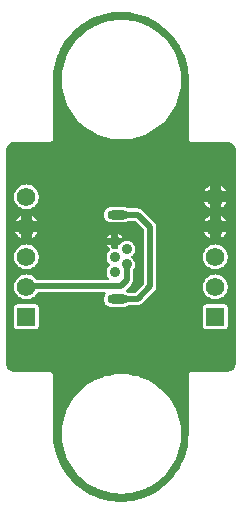
<source format=gbl>
G04 Layer: BottomLayer*
G04 EasyEDA v6.5.20, 2023-08-22 18:50:07*
G04 a67cddfb3fce44daa9051d46cbbcc19f,10*
G04 Gerber Generator version 0.2*
G04 Scale: 100 percent, Rotated: No, Reflected: No *
G04 Dimensions in millimeters *
G04 leading zeros omitted , absolute positions ,4 integer and 5 decimal *
%FSLAX45Y45*%
%MOMM*%

%AMMACRO1*21,1,$1,$2,0,0,$3*%
%ADD10C,0.5000*%
%ADD11C,1.5748*%
%ADD12MACRO1,1.5748X1.5748X90.0000*%
%ADD13C,0.9000*%
%ADD14O,1.7999964X0.7999984*%
%ADD15C,0.6096*%
%ADD16C,0.0159*%

%LPD*%
G36*
X-304Y-2074062D02*
G01*
X-33680Y-2073097D01*
X-66954Y-2070150D01*
X-99974Y-2065274D01*
X-132689Y-2058517D01*
X-164947Y-2049881D01*
X-196646Y-2039366D01*
X-227634Y-2027021D01*
X-257911Y-2012848D01*
X-287274Y-1996998D01*
X-315722Y-1979472D01*
X-343052Y-1960270D01*
X-369214Y-1939543D01*
X-394157Y-1917344D01*
X-417779Y-1893722D01*
X-439978Y-1868779D01*
X-460654Y-1842566D01*
X-479806Y-1815185D01*
X-497332Y-1786788D01*
X-513130Y-1757375D01*
X-527253Y-1727098D01*
X-539546Y-1696059D01*
X-550062Y-1664360D01*
X-558647Y-1632102D01*
X-565404Y-1599387D01*
X-570230Y-1566367D01*
X-573125Y-1533093D01*
X-574040Y-1499311D01*
X-574040Y-1000607D01*
X-574852Y-994105D01*
X-576935Y-988568D01*
X-580491Y-983437D01*
X-583488Y-980389D01*
X-587095Y-977747D01*
X-592632Y-975258D01*
X-600100Y-974090D01*
X-898753Y-974090D01*
X-911250Y-973124D01*
X-921512Y-970787D01*
X-931367Y-966978D01*
X-940612Y-961847D01*
X-948994Y-955446D01*
X-956360Y-947877D01*
X-962609Y-939393D01*
X-967587Y-930046D01*
X-971194Y-920140D01*
X-973328Y-909828D01*
X-974090Y-898702D01*
X-974090Y898753D01*
X-973124Y911250D01*
X-970787Y921512D01*
X-966978Y931367D01*
X-961847Y940612D01*
X-955446Y948994D01*
X-947877Y956360D01*
X-939393Y962609D01*
X-930046Y967587D01*
X-920140Y971194D01*
X-909828Y973328D01*
X-898753Y974090D01*
X-600608Y974039D01*
X-594106Y974801D01*
X-588568Y976934D01*
X-583438Y980440D01*
X-580390Y983487D01*
X-577748Y987094D01*
X-575259Y992632D01*
X-574090Y1000099D01*
X-574090Y1499514D01*
X-573074Y1533652D01*
X-570179Y1566926D01*
X-565302Y1599996D01*
X-558546Y1632661D01*
X-549859Y1664919D01*
X-539343Y1696618D01*
X-526999Y1727657D01*
X-512876Y1757883D01*
X-497027Y1787296D01*
X-479450Y1815693D01*
X-460298Y1843024D01*
X-439572Y1869236D01*
X-417372Y1894179D01*
X-393750Y1917750D01*
X-368757Y1939950D01*
X-342595Y1960625D01*
X-315214Y1979777D01*
X-286766Y1997303D01*
X-257403Y2013153D01*
X-227126Y2027224D01*
X-196088Y2039569D01*
X-164338Y2050034D01*
X-132080Y2058670D01*
X-99415Y2065375D01*
X-66344Y2070201D01*
X-33070Y2073097D01*
X304Y2074062D01*
X33680Y2073097D01*
X66954Y2070150D01*
X99974Y2065274D01*
X132689Y2058517D01*
X164947Y2049881D01*
X196646Y2039366D01*
X227634Y2027021D01*
X257911Y2012848D01*
X287274Y1996998D01*
X315722Y1979472D01*
X343052Y1960321D01*
X369214Y1939594D01*
X394157Y1917344D01*
X417779Y1893722D01*
X439978Y1868779D01*
X460654Y1842566D01*
X479806Y1815185D01*
X497332Y1786788D01*
X513130Y1757375D01*
X527253Y1727098D01*
X539546Y1696059D01*
X550062Y1664360D01*
X558647Y1632102D01*
X565404Y1599387D01*
X570230Y1566367D01*
X573125Y1533093D01*
X574040Y1499311D01*
X574040Y1000607D01*
X574852Y994105D01*
X576935Y988568D01*
X580491Y983437D01*
X583488Y980389D01*
X587095Y977747D01*
X592632Y975258D01*
X600100Y974090D01*
X898753Y974090D01*
X911250Y973124D01*
X921512Y970787D01*
X931367Y966978D01*
X940612Y961847D01*
X948994Y955446D01*
X956360Y947877D01*
X962609Y939393D01*
X967587Y930046D01*
X971194Y920140D01*
X973328Y909828D01*
X974090Y898753D01*
X974090Y-898702D01*
X973124Y-911250D01*
X970787Y-921512D01*
X966978Y-931367D01*
X961847Y-940612D01*
X955446Y-948994D01*
X947877Y-956360D01*
X939393Y-962609D01*
X930046Y-967587D01*
X920140Y-971194D01*
X909828Y-973328D01*
X898753Y-974090D01*
X600760Y-974090D01*
X594258Y-974902D01*
X588721Y-976985D01*
X583590Y-980541D01*
X580542Y-983538D01*
X577900Y-987145D01*
X575411Y-992682D01*
X574243Y-1000150D01*
X574090Y-1499463D01*
X573074Y-1533652D01*
X570179Y-1566926D01*
X565302Y-1599996D01*
X558546Y-1632661D01*
X549859Y-1664919D01*
X539343Y-1696618D01*
X526999Y-1727657D01*
X512876Y-1757883D01*
X497027Y-1787296D01*
X479450Y-1815693D01*
X460298Y-1843024D01*
X439572Y-1869236D01*
X417372Y-1894179D01*
X393750Y-1917750D01*
X368757Y-1939950D01*
X342595Y-1960625D01*
X315214Y-1979777D01*
X286766Y-1997303D01*
X257403Y-2013153D01*
X227126Y-2027224D01*
X196088Y-2039569D01*
X164338Y-2050034D01*
X132080Y-2058670D01*
X99415Y-2065375D01*
X66344Y-2070201D01*
X33070Y-2073097D01*
G37*

%LPC*%
G36*
X-10566Y994105D02*
G01*
X20574Y994105D01*
X51663Y996035D01*
X82550Y999845D01*
X113182Y1005586D01*
X143408Y1013206D01*
X173075Y1022654D01*
X202082Y1033932D01*
X230378Y1046937D01*
X257810Y1061720D01*
X284276Y1078128D01*
X309676Y1096162D01*
X333959Y1115720D01*
X356920Y1136700D01*
X378612Y1159103D01*
X398830Y1182776D01*
X417576Y1207668D01*
X434746Y1233627D01*
X450291Y1260652D01*
X464108Y1288542D01*
X476199Y1317244D01*
X486511Y1346657D01*
X494995Y1376629D01*
X501599Y1407058D01*
X506272Y1437843D01*
X509117Y1468882D01*
X509981Y1499971D01*
X509117Y1531112D01*
X506272Y1562150D01*
X501599Y1592935D01*
X494995Y1623364D01*
X486511Y1653336D01*
X476199Y1682750D01*
X464108Y1711452D01*
X450291Y1739341D01*
X434746Y1766366D01*
X417576Y1792325D01*
X398830Y1817217D01*
X378612Y1840890D01*
X356920Y1863293D01*
X333959Y1884273D01*
X309676Y1903831D01*
X284276Y1921865D01*
X257810Y1938274D01*
X230378Y1953056D01*
X202082Y1966061D01*
X173075Y1977339D01*
X143408Y1986788D01*
X113182Y1994407D01*
X82550Y2000148D01*
X51663Y2003958D01*
X20574Y2005888D01*
X-10566Y2005888D01*
X-41656Y2003958D01*
X-72593Y2000148D01*
X-103174Y1994407D01*
X-133400Y1986788D01*
X-163068Y1977339D01*
X-192125Y1966061D01*
X-220370Y1953056D01*
X-247802Y1938274D01*
X-274269Y1921865D01*
X-299720Y1903831D01*
X-323951Y1884273D01*
X-346964Y1863293D01*
X-368604Y1840890D01*
X-388823Y1817217D01*
X-407568Y1792325D01*
X-424738Y1766366D01*
X-440283Y1739341D01*
X-454101Y1711452D01*
X-466191Y1682750D01*
X-476504Y1653336D01*
X-484987Y1623364D01*
X-491591Y1592935D01*
X-496316Y1562150D01*
X-499109Y1531112D01*
X-499973Y1500022D01*
X-499109Y1468882D01*
X-496316Y1437843D01*
X-491591Y1407058D01*
X-484987Y1376629D01*
X-476504Y1346657D01*
X-466191Y1317244D01*
X-454101Y1288542D01*
X-440283Y1260652D01*
X-424738Y1233627D01*
X-407568Y1207668D01*
X-388823Y1182776D01*
X-368604Y1159103D01*
X-346964Y1136700D01*
X-323951Y1115720D01*
X-299720Y1096162D01*
X-274269Y1078128D01*
X-247802Y1061720D01*
X-220370Y1046937D01*
X-192125Y1033932D01*
X-163068Y1022654D01*
X-133400Y1013206D01*
X-103174Y1005586D01*
X-72593Y999845D01*
X-41656Y996035D01*
G37*
G36*
X-878179Y-612648D02*
G01*
X-721817Y-612648D01*
X-715518Y-611936D01*
X-710031Y-610006D01*
X-705154Y-606958D01*
X-701040Y-602843D01*
X-697992Y-597966D01*
X-696061Y-592480D01*
X-695350Y-586181D01*
X-695350Y-429818D01*
X-696061Y-423519D01*
X-697992Y-418033D01*
X-701040Y-413156D01*
X-705154Y-409041D01*
X-710031Y-405993D01*
X-715518Y-404063D01*
X-721817Y-403352D01*
X-878179Y-403352D01*
X-884478Y-404063D01*
X-889965Y-405993D01*
X-894842Y-409041D01*
X-898956Y-413156D01*
X-902004Y-418033D01*
X-903935Y-423519D01*
X-904646Y-429818D01*
X-904646Y-586181D01*
X-903935Y-592480D01*
X-902004Y-597966D01*
X-898956Y-602843D01*
X-894842Y-606958D01*
X-889965Y-610006D01*
X-884478Y-611936D01*
G37*
G36*
X721817Y-612648D02*
G01*
X878179Y-612648D01*
X884478Y-611936D01*
X889965Y-610006D01*
X894842Y-606958D01*
X898956Y-602843D01*
X902004Y-597966D01*
X903935Y-592480D01*
X904646Y-586181D01*
X904646Y-429818D01*
X903935Y-423519D01*
X902004Y-418033D01*
X898956Y-413156D01*
X894842Y-409041D01*
X889965Y-405993D01*
X884478Y-404063D01*
X878179Y-403352D01*
X721817Y-403352D01*
X715518Y-404063D01*
X710031Y-405993D01*
X705154Y-409041D01*
X701040Y-413156D01*
X697992Y-418033D01*
X696061Y-423519D01*
X695350Y-429818D01*
X695350Y-586181D01*
X696061Y-592480D01*
X697992Y-597966D01*
X701040Y-602843D01*
X705154Y-606958D01*
X710031Y-610006D01*
X715518Y-611936D01*
G37*
G36*
X-77622Y-423875D02*
G01*
X21590Y-423875D01*
X32308Y-423062D01*
X42316Y-420624D01*
X51866Y-416661D01*
X63855Y-409397D01*
X67360Y-408787D01*
X141782Y-408787D01*
X146405Y-408584D01*
X150825Y-408025D01*
X155143Y-407060D01*
X159410Y-405739D01*
X163474Y-404012D01*
X167436Y-401980D01*
X171196Y-399592D01*
X174701Y-396900D01*
X178155Y-393750D01*
X285800Y-286105D01*
X288950Y-282651D01*
X291642Y-279146D01*
X294030Y-275386D01*
X296062Y-271424D01*
X297789Y-267360D01*
X299110Y-263093D01*
X300075Y-258775D01*
X300634Y-254355D01*
X300837Y-249732D01*
X300837Y249732D01*
X300634Y254355D01*
X300075Y258775D01*
X299110Y263093D01*
X297789Y267360D01*
X296062Y271424D01*
X294030Y275386D01*
X291642Y279146D01*
X288950Y282651D01*
X285800Y286105D01*
X178155Y393750D01*
X174701Y396900D01*
X171196Y399592D01*
X167436Y401980D01*
X163474Y404012D01*
X159410Y405739D01*
X155143Y407060D01*
X150825Y408025D01*
X146405Y408584D01*
X141782Y408787D01*
X67360Y408787D01*
X63855Y409397D01*
X51866Y416661D01*
X42316Y420624D01*
X32308Y423062D01*
X21590Y423875D01*
X-77622Y423875D01*
X-88341Y423062D01*
X-98399Y420624D01*
X-107950Y416661D01*
X-116738Y411276D01*
X-124612Y404571D01*
X-131318Y396697D01*
X-136702Y387908D01*
X-140665Y378358D01*
X-143103Y368300D01*
X-143916Y357987D01*
X-143103Y347675D01*
X-140665Y337616D01*
X-136702Y328066D01*
X-131318Y319278D01*
X-124612Y311404D01*
X-116738Y304698D01*
X-107950Y299313D01*
X-98399Y295351D01*
X-88341Y292912D01*
X-77622Y292100D01*
X21590Y292100D01*
X32308Y292912D01*
X42316Y295351D01*
X51866Y299262D01*
X61772Y305460D01*
X64312Y306578D01*
X67106Y306984D01*
X116687Y306984D01*
X120599Y306222D01*
X123850Y303987D01*
X196037Y231800D01*
X198272Y228549D01*
X199034Y224637D01*
X199034Y-224637D01*
X198272Y-228549D01*
X196037Y-231800D01*
X123850Y-303987D01*
X120599Y-306222D01*
X116687Y-306984D01*
X67106Y-306984D01*
X64312Y-306578D01*
X61772Y-305460D01*
X51866Y-299262D01*
X45262Y-296519D01*
X41960Y-294335D01*
X39776Y-291033D01*
X38963Y-287172D01*
X39776Y-283260D01*
X41960Y-279958D01*
X85902Y-236067D01*
X89052Y-232613D01*
X91744Y-229108D01*
X94132Y-225348D01*
X96164Y-221386D01*
X97891Y-217322D01*
X99212Y-213055D01*
X100177Y-208737D01*
X100736Y-204317D01*
X100939Y-199694D01*
X100939Y-117906D01*
X101549Y-114401D01*
X103378Y-111302D01*
X107340Y-106680D01*
X113131Y-97180D01*
X117398Y-86918D01*
X119989Y-76098D01*
X120853Y-65024D01*
X119989Y-53949D01*
X117398Y-43129D01*
X113131Y-32867D01*
X107340Y-23368D01*
X100126Y-14884D01*
X91694Y-7721D01*
X89052Y-4267D01*
X88138Y0D01*
X89052Y4267D01*
X91694Y7721D01*
X100126Y14884D01*
X107340Y23368D01*
X113131Y32867D01*
X117398Y43129D01*
X119989Y53949D01*
X120853Y65024D01*
X119989Y76098D01*
X117398Y86918D01*
X113131Y97180D01*
X107340Y106680D01*
X100126Y115163D01*
X91643Y122377D01*
X82143Y128168D01*
X71882Y132435D01*
X61061Y135026D01*
X49987Y135890D01*
X38912Y135026D01*
X28092Y132435D01*
X17830Y128168D01*
X8331Y122377D01*
X-152Y115163D01*
X-10007Y103479D01*
X-13004Y101803D01*
X-16408Y101193D01*
X-21132Y101193D01*
X-21132Y78638D01*
X-21793Y75031D01*
X-23672Y71932D01*
X-26568Y69646D01*
X-30022Y68529D01*
X-33680Y68732D01*
X-38912Y70002D01*
X-49987Y70866D01*
X-61061Y70002D01*
X-66294Y68732D01*
X-69951Y68529D01*
X-73456Y69646D01*
X-76301Y71932D01*
X-78181Y75031D01*
X-78841Y78638D01*
X-78841Y101193D01*
X-114503Y101193D01*
X-113131Y97891D01*
X-107340Y88392D01*
X-100126Y79908D01*
X-91694Y72745D01*
X-89052Y69291D01*
X-88138Y65024D01*
X-89052Y60756D01*
X-91694Y57302D01*
X-100126Y50139D01*
X-107340Y41656D01*
X-113131Y32156D01*
X-117398Y21894D01*
X-119989Y11074D01*
X-120853Y0D01*
X-119989Y-11074D01*
X-117398Y-21894D01*
X-113131Y-32156D01*
X-107340Y-41656D01*
X-100126Y-50139D01*
X-91694Y-57302D01*
X-89052Y-60756D01*
X-88138Y-65024D01*
X-89052Y-69291D01*
X-91694Y-72745D01*
X-100126Y-79908D01*
X-107340Y-88392D01*
X-113131Y-97891D01*
X-117398Y-108153D01*
X-119989Y-118973D01*
X-120853Y-130048D01*
X-119989Y-141122D01*
X-117398Y-151942D01*
X-113131Y-162204D01*
X-107340Y-171704D01*
X-96469Y-184353D01*
X-95402Y-188315D01*
X-96012Y-192379D01*
X-98196Y-195884D01*
X-101549Y-198221D01*
X-105562Y-199034D01*
X-705713Y-199034D01*
X-709015Y-198475D01*
X-711911Y-196951D01*
X-714197Y-194513D01*
X-716991Y-190296D01*
X-726033Y-180035D01*
X-736295Y-170992D01*
X-747674Y-163372D01*
X-759968Y-157327D01*
X-772922Y-152958D01*
X-786333Y-150266D01*
X-799998Y-149352D01*
X-813663Y-150266D01*
X-827074Y-152958D01*
X-840028Y-157327D01*
X-852322Y-163372D01*
X-863701Y-170992D01*
X-873963Y-180035D01*
X-883005Y-190296D01*
X-890625Y-201676D01*
X-896670Y-213969D01*
X-901039Y-226923D01*
X-903732Y-240334D01*
X-904646Y-254000D01*
X-903732Y-267665D01*
X-901039Y-281076D01*
X-896670Y-294030D01*
X-890625Y-306324D01*
X-883005Y-317703D01*
X-873963Y-327964D01*
X-863701Y-337007D01*
X-852322Y-344627D01*
X-840028Y-350672D01*
X-827074Y-355041D01*
X-813663Y-357733D01*
X-799998Y-358648D01*
X-786333Y-357733D01*
X-772922Y-355041D01*
X-759968Y-350672D01*
X-747674Y-344627D01*
X-736295Y-337007D01*
X-726033Y-327964D01*
X-716991Y-317703D01*
X-708863Y-305409D01*
X-706577Y-302971D01*
X-703630Y-301396D01*
X-700379Y-300837D01*
X-137617Y-300837D01*
X-133858Y-301548D01*
X-130606Y-303631D01*
X-128371Y-306730D01*
X-127457Y-310489D01*
X-128016Y-314248D01*
X-129895Y-317601D01*
X-131318Y-319278D01*
X-136702Y-328066D01*
X-140665Y-337616D01*
X-143103Y-347675D01*
X-143916Y-357987D01*
X-143103Y-368300D01*
X-140665Y-378358D01*
X-136702Y-387908D01*
X-131318Y-396697D01*
X-124612Y-404571D01*
X-116738Y-411276D01*
X-107950Y-416661D01*
X-98399Y-420624D01*
X-88341Y-423062D01*
G37*
G36*
X799998Y-358648D02*
G01*
X813663Y-357733D01*
X827074Y-355041D01*
X840028Y-350672D01*
X852322Y-344627D01*
X863701Y-337007D01*
X873963Y-327964D01*
X883005Y-317703D01*
X890625Y-306324D01*
X896670Y-294030D01*
X901039Y-281076D01*
X903732Y-267665D01*
X904646Y-254000D01*
X903732Y-240334D01*
X901039Y-226923D01*
X896670Y-213969D01*
X890625Y-201676D01*
X883005Y-190296D01*
X873963Y-180035D01*
X863701Y-170992D01*
X852322Y-163372D01*
X840028Y-157327D01*
X827074Y-152958D01*
X813663Y-150266D01*
X799998Y-149352D01*
X786333Y-150266D01*
X772922Y-152958D01*
X759968Y-157327D01*
X747674Y-163372D01*
X736295Y-170992D01*
X726033Y-180035D01*
X716991Y-190296D01*
X709371Y-201676D01*
X703326Y-213969D01*
X698957Y-226923D01*
X696264Y-240334D01*
X695350Y-254000D01*
X696264Y-267665D01*
X698957Y-281076D01*
X703326Y-294030D01*
X709371Y-306324D01*
X716991Y-317703D01*
X726033Y-327964D01*
X736295Y-337007D01*
X747674Y-344627D01*
X759968Y-350672D01*
X772922Y-355041D01*
X786333Y-357733D01*
G37*
G36*
X845718Y553720D02*
G01*
X893876Y553720D01*
X890625Y560324D01*
X883005Y571703D01*
X873963Y581964D01*
X863701Y591007D01*
X852322Y598627D01*
X845718Y601878D01*
G37*
G36*
X706120Y553720D02*
G01*
X754278Y553720D01*
X754278Y601878D01*
X747674Y598627D01*
X736295Y591007D01*
X726033Y581964D01*
X716991Y571703D01*
X709371Y560324D01*
G37*
G36*
X845718Y414121D02*
G01*
X852322Y417372D01*
X863701Y424992D01*
X873963Y434035D01*
X883005Y444296D01*
X890625Y455676D01*
X893876Y462280D01*
X845718Y462280D01*
G37*
G36*
X799998Y-104648D02*
G01*
X813663Y-103733D01*
X827074Y-101041D01*
X840028Y-96672D01*
X852322Y-90627D01*
X863701Y-83007D01*
X873963Y-73964D01*
X883005Y-63703D01*
X890625Y-52324D01*
X896670Y-40030D01*
X901039Y-27076D01*
X903732Y-13665D01*
X904646Y0D01*
X903732Y13665D01*
X901039Y27076D01*
X896670Y40030D01*
X890625Y52324D01*
X883005Y63703D01*
X873963Y73964D01*
X863701Y83007D01*
X852322Y90627D01*
X840028Y96672D01*
X827074Y101041D01*
X813663Y103733D01*
X799998Y104648D01*
X786333Y103733D01*
X772922Y101041D01*
X759968Y96672D01*
X747674Y90627D01*
X736295Y83007D01*
X726033Y73964D01*
X716991Y63703D01*
X709371Y52324D01*
X703326Y40030D01*
X698957Y27076D01*
X696264Y13665D01*
X695350Y0D01*
X696264Y-13665D01*
X698957Y-27076D01*
X703326Y-40030D01*
X709371Y-52324D01*
X716991Y-63703D01*
X726033Y-73964D01*
X736295Y-83007D01*
X747674Y-90627D01*
X759968Y-96672D01*
X772922Y-101041D01*
X786333Y-103733D01*
G37*
G36*
X-799998Y-104648D02*
G01*
X-786333Y-103733D01*
X-772922Y-101041D01*
X-759968Y-96672D01*
X-747674Y-90627D01*
X-736295Y-83007D01*
X-726033Y-73964D01*
X-716991Y-63703D01*
X-709371Y-52324D01*
X-703326Y-40030D01*
X-698957Y-27076D01*
X-696264Y-13665D01*
X-695350Y0D01*
X-696264Y13665D01*
X-698957Y27076D01*
X-703326Y40030D01*
X-709371Y52324D01*
X-716991Y63703D01*
X-726033Y73964D01*
X-736295Y83007D01*
X-747674Y90627D01*
X-759968Y96672D01*
X-772922Y101041D01*
X-786333Y103733D01*
X-799998Y104648D01*
X-813663Y103733D01*
X-827074Y101041D01*
X-840028Y96672D01*
X-852322Y90627D01*
X-863701Y83007D01*
X-873963Y73964D01*
X-883005Y63703D01*
X-890625Y52324D01*
X-896670Y40030D01*
X-901039Y27076D01*
X-903732Y13665D01*
X-904646Y0D01*
X-903732Y-13665D01*
X-901039Y-27076D01*
X-896670Y-40030D01*
X-890625Y-52324D01*
X-883005Y-63703D01*
X-873963Y-73964D01*
X-863701Y-83007D01*
X-852322Y-90627D01*
X-840028Y-96672D01*
X-827074Y-101041D01*
X-813663Y-103733D01*
G37*
G36*
X754278Y414121D02*
G01*
X754278Y462280D01*
X706120Y462280D01*
X709371Y455676D01*
X716991Y444296D01*
X726033Y434035D01*
X736295Y424992D01*
X747674Y417372D01*
G37*
G36*
X-799998Y403352D02*
G01*
X-786333Y404266D01*
X-772922Y406958D01*
X-759968Y411327D01*
X-747674Y417372D01*
X-736295Y424992D01*
X-726033Y434035D01*
X-716991Y444296D01*
X-709371Y455676D01*
X-703326Y467969D01*
X-698957Y480923D01*
X-696264Y494334D01*
X-695350Y508000D01*
X-696264Y521665D01*
X-698957Y535076D01*
X-703326Y548030D01*
X-709371Y560324D01*
X-716991Y571703D01*
X-726033Y581964D01*
X-736295Y591007D01*
X-747674Y598627D01*
X-759968Y604672D01*
X-772922Y609041D01*
X-786333Y611733D01*
X-799998Y612648D01*
X-813663Y611733D01*
X-827074Y609041D01*
X-840028Y604672D01*
X-852322Y598627D01*
X-863701Y591007D01*
X-873963Y581964D01*
X-883005Y571703D01*
X-890625Y560324D01*
X-896670Y548030D01*
X-901039Y535076D01*
X-903732Y521665D01*
X-904646Y508000D01*
X-903732Y494334D01*
X-901039Y480923D01*
X-896670Y467969D01*
X-890625Y455676D01*
X-883005Y444296D01*
X-873963Y434035D01*
X-863701Y424992D01*
X-852322Y417372D01*
X-840028Y411327D01*
X-827074Y406958D01*
X-813663Y404266D01*
G37*
G36*
X-114503Y158902D02*
G01*
X-78841Y158902D01*
X-78841Y194564D01*
X-82143Y193192D01*
X-91643Y187401D01*
X-100126Y180187D01*
X-107340Y171704D01*
X-113131Y162204D01*
G37*
G36*
X-21132Y158902D02*
G01*
X14528Y158902D01*
X13157Y162204D01*
X7366Y171704D01*
X152Y180187D01*
X-8331Y187401D01*
X-17830Y193192D01*
X-21132Y194564D01*
G37*
G36*
X-10566Y-2005888D02*
G01*
X20574Y-2005888D01*
X51663Y-2003958D01*
X82550Y-2000148D01*
X113182Y-1994407D01*
X143408Y-1986788D01*
X173075Y-1977339D01*
X202082Y-1966061D01*
X230378Y-1953056D01*
X257810Y-1938274D01*
X284276Y-1921865D01*
X309676Y-1903831D01*
X333959Y-1884273D01*
X356920Y-1863293D01*
X378612Y-1840890D01*
X398830Y-1817217D01*
X417576Y-1792325D01*
X434746Y-1766366D01*
X450291Y-1739341D01*
X464108Y-1711452D01*
X476199Y-1682750D01*
X486511Y-1653336D01*
X494995Y-1623364D01*
X501599Y-1592935D01*
X506272Y-1562150D01*
X509117Y-1531112D01*
X509981Y-1500022D01*
X509117Y-1468882D01*
X506272Y-1437843D01*
X501599Y-1407058D01*
X494995Y-1376629D01*
X486511Y-1346657D01*
X476199Y-1317244D01*
X464108Y-1288542D01*
X450291Y-1260652D01*
X434746Y-1233627D01*
X417576Y-1207668D01*
X398830Y-1182776D01*
X378612Y-1159103D01*
X356920Y-1136700D01*
X333959Y-1115720D01*
X309676Y-1096162D01*
X284276Y-1078128D01*
X257810Y-1061720D01*
X230378Y-1046937D01*
X202082Y-1033932D01*
X173075Y-1022654D01*
X143408Y-1013206D01*
X113182Y-1005586D01*
X82550Y-999845D01*
X51663Y-996035D01*
X20574Y-994105D01*
X-10566Y-994105D01*
X-41656Y-996035D01*
X-72593Y-999845D01*
X-103174Y-1005586D01*
X-133400Y-1013206D01*
X-163068Y-1022654D01*
X-192125Y-1033932D01*
X-220370Y-1046937D01*
X-247802Y-1061720D01*
X-274269Y-1078128D01*
X-299720Y-1096162D01*
X-323951Y-1115720D01*
X-346964Y-1136700D01*
X-368604Y-1159103D01*
X-388823Y-1182776D01*
X-407568Y-1207668D01*
X-424738Y-1233627D01*
X-440283Y-1260652D01*
X-454101Y-1288542D01*
X-466191Y-1317244D01*
X-476504Y-1346657D01*
X-484987Y-1376629D01*
X-491591Y-1407058D01*
X-496316Y-1437843D01*
X-499109Y-1468882D01*
X-499973Y-1499971D01*
X-499109Y-1531112D01*
X-496316Y-1562150D01*
X-491591Y-1592935D01*
X-484987Y-1623364D01*
X-476504Y-1653336D01*
X-466191Y-1682750D01*
X-454101Y-1711452D01*
X-440283Y-1739341D01*
X-424738Y-1766366D01*
X-407568Y-1792325D01*
X-388823Y-1817217D01*
X-368604Y-1840890D01*
X-346964Y-1863293D01*
X-323951Y-1884273D01*
X-299720Y-1903831D01*
X-274269Y-1921865D01*
X-247802Y-1938274D01*
X-220370Y-1953056D01*
X-192125Y-1966061D01*
X-163068Y-1977339D01*
X-133400Y-1986788D01*
X-103174Y-1994407D01*
X-72593Y-2000148D01*
X-41656Y-2003958D01*
G37*
G36*
X-845718Y160121D02*
G01*
X-845718Y208279D01*
X-893876Y208279D01*
X-890625Y201676D01*
X-883005Y190296D01*
X-873963Y180035D01*
X-863701Y170992D01*
X-852322Y163372D01*
G37*
G36*
X-754278Y160121D02*
G01*
X-747674Y163372D01*
X-736295Y170992D01*
X-726033Y180035D01*
X-716991Y190296D01*
X-709371Y201676D01*
X-706120Y208279D01*
X-754278Y208279D01*
G37*
G36*
X845718Y160121D02*
G01*
X852322Y163372D01*
X863701Y170992D01*
X873963Y180035D01*
X883005Y190296D01*
X890625Y201676D01*
X893876Y208279D01*
X845718Y208279D01*
G37*
G36*
X-754278Y299720D02*
G01*
X-706120Y299720D01*
X-709371Y306324D01*
X-716991Y317703D01*
X-726033Y327964D01*
X-736295Y337007D01*
X-747674Y344627D01*
X-754278Y347878D01*
G37*
G36*
X706120Y299720D02*
G01*
X754278Y299720D01*
X754278Y347878D01*
X747674Y344627D01*
X736295Y337007D01*
X726033Y327964D01*
X716991Y317703D01*
X709371Y306324D01*
G37*
G36*
X-893876Y299720D02*
G01*
X-845718Y299720D01*
X-845718Y347878D01*
X-852322Y344627D01*
X-863701Y337007D01*
X-873963Y327964D01*
X-883005Y317703D01*
X-890625Y306324D01*
G37*
G36*
X845718Y299720D02*
G01*
X893876Y299720D01*
X890625Y306324D01*
X883005Y317703D01*
X873963Y327964D01*
X863701Y337007D01*
X852322Y344627D01*
X845718Y347878D01*
G37*
G36*
X754278Y160121D02*
G01*
X754278Y208279D01*
X706120Y208279D01*
X709371Y201676D01*
X716991Y190296D01*
X726033Y180035D01*
X736295Y170992D01*
X747674Y163372D01*
G37*

%LPD*%
D10*
X50037Y-65023D02*
G01*
X50037Y-199897D01*
X0Y-249936D01*
X-796036Y-249936D01*
X-800100Y-254000D01*
X-27939Y-357886D02*
G01*
X141986Y-357886D01*
X249936Y-249936D01*
X249936Y249936D01*
X141986Y357886D01*
X-27939Y357886D01*
D11*
G01*
X-799998Y508000D03*
G01*
X-799998Y254000D03*
G01*
X-799998Y0D03*
G01*
X-799998Y-254000D03*
D12*
G01*
X-799998Y-508000D03*
D11*
G01*
X799998Y508000D03*
G01*
X799998Y254000D03*
G01*
X799998Y0D03*
G01*
X799998Y-254000D03*
D12*
G01*
X799998Y-508000D03*
D13*
G01*
X-49987Y-130047D03*
G01*
X49987Y-65023D03*
G01*
X-49987Y0D03*
G01*
X49987Y65023D03*
G01*
X-49987Y130047D03*
D14*
G01*
X-28016Y-357886D03*
G01*
X-28016Y357886D03*
D15*
G01*
X0Y-799998D03*
G01*
X299999Y-799998D03*
G01*
X-299999Y-799998D03*
G01*
X-499998Y-99999D03*
G01*
X-299999Y-99999D03*
G01*
X399999Y-99999D03*
G01*
X599998Y-99999D03*
G01*
X-599998Y-799998D03*
G01*
X599998Y-799998D03*
G01*
X-599998Y799998D03*
G01*
X-299999Y799998D03*
G01*
X0Y799998D03*
G01*
X299999Y799998D03*
G01*
X599998Y799998D03*
G01*
X0Y-599998D03*
G01*
X299999Y-599998D03*
G01*
X-299999Y-599998D03*
M02*

</source>
